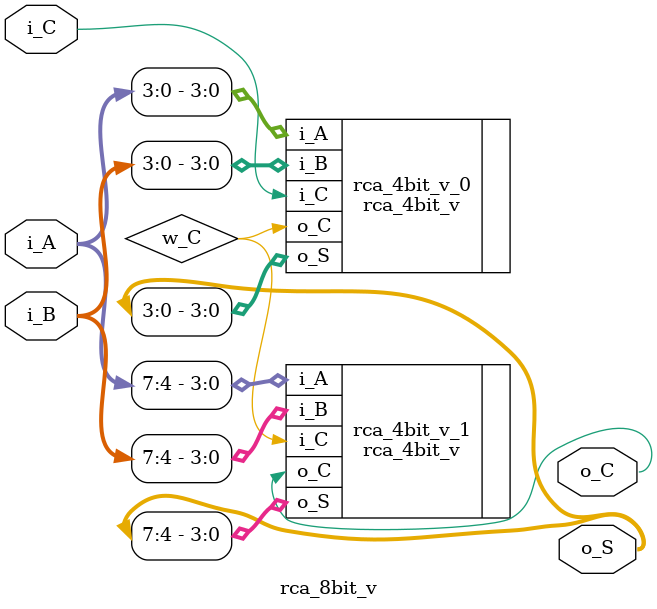
<source format=v>
module rca_8bit_v (
  input [7:0] i_A,
  input [7:0] i_B,
  input i_C,
  output [7:0] o_S,
  output o_C
  );

  wire w_C;
  rca_4bit_v rca_4bit_v_0(
    .i_A(i_A[3:0]),
    .i_B(i_B[3:0]),
    .i_C(i_C),
    .o_S(o_S[3:0]),
    .o_C(w_C)
    );

  rca_4bit_v rca_4bit_v_1(
    .i_A(i_A[7:4]),
    .i_B(i_B[7:4]),
    .i_C(w_C),
    .o_S(o_S[7:4]),
    .o_C(o_C)
    );
endmodule // rca_4bit_v

</source>
